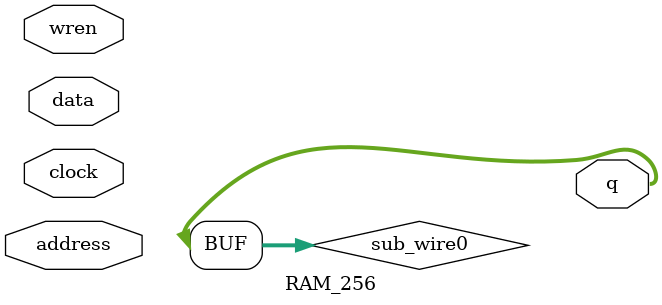
<source format=v>

`timescale 1ps/1ps

module tessera_ram_tiny (
	sys_wb_res,
	sys_wb_clk,
	wb_cyc_i,
	wb_stb_i,
	wb_adr_i,
	wb_sel_i,
	wb_we_i,
	wb_dat_i,
	wb_cab_i,
	wb_dat_o,
	wb_ack_o,
	wb_err_o
);
	// system
	input		sys_wb_res;
	input		sys_wb_clk;
	// WishBone Slave
	input		wb_cyc_i;
	input		wb_stb_i;
	input	[31:0]	wb_adr_i;
	input	[3:0]	wb_sel_i;
	input		wb_we_i;
	input	[31:0]	wb_dat_i;
	input		wb_cab_i;
	output	[31:0]	wb_dat_o;
	output		wb_ack_o;
	output		wb_err_o;

	wire		active;
	wire		mask;
	wire	[9:2]	address;
	wire	[3:0]	write;
	wire	[3:0]	read;
	wire	[31:0]	q;

// 0x0000_0000 - 0x0000_0fff 4Kbyte For Exception,so only 16inst(64Byte). phy is 1024Byte
	
	assign active	= wb_cyc_i && wb_stb_i;
	assign mask	= !(wb_adr_i[7:6]==2'd0);
	assign address	= {wb_adr_i[11:8],wb_adr_i[5:2]};

	assign write	= {4{(active&& wb_we_i)&&!mask}} & wb_sel_i;
	assign read	= {4{(active&&!wb_we_i)&&!mask}} & wb_sel_i;

	assign wb_err_o = 1'b0;

	//
	// 1wait(safety)
	//
	wire		clk;
	reg		ack;
	assign clk = sys_wb_clk;
	always @(posedge sys_wb_clk or posedge sys_wb_res)
		if (sys_wb_res) ack <= 1'b0;
		else		ack <= active && !ack;
	assign wb_ack_o = (active) ? ack: 1'b0;

	//
	// no-wait(fast and risky,data valid timing is negedge)
	//
//	wire		clk;
//	wire		ack;
//	assign ack = active;
//	assign clk = !sys_wb_clk;
//	assign wb_ack_o = active;

	assign wb_dat_o = {
		((read[3]&&ack) ? q[31:24]: 8'h00),
		((read[2]&&ack) ? q[23:16]: 8'h00),
		((read[1]&&ack) ? q[15: 8]: 8'h00),
		((read[0]&&ack) ? q[ 7: 0]: 8'h00)
	};
	
	// sdram_wbif(DOMAIN WinsboneClock)
	RAM_256 i3_RAM_INT (
		.address(	address), //8bit=256byte,all 1024byte
		.clock(		clk),
		.data(		wb_dat_i[31:24]),
		.wren(		write[3]),
		.q(		q[31:24])
	);
	RAM_256 i2_RAM_INT (
		.address(	address),
		.clock(		clk),
		.data(		wb_dat_i[23:16]),
		.wren(		write[2]),
		.q(		q[23:16])
	);
	RAM_256 i1_RAM_INT (
		.address(	address),
		.clock(		clk),
		.data(		wb_dat_i[15:8]),
		.wren(		write[1]),
		.q(		q[15:8])
	);
	RAM_256 i0_RAM_INT (
		.address(	address),
		.clock(		clk),
		.data(		wb_dat_i[7:0]),
		.wren(		write[0]),
		.q(		q[7:0])
	);
endmodule


module RAM_256 (
	address,
	clock,
	data,
	wren,
	q);

	input	[7:0]  address;
	input	  clock;
	input	[7:0]  data;
	input	  wren;
	output	[7:0]  q;

	wire [7:0] sub_wire0;
	wire [7:0] q = sub_wire0[7:0];

	//altsyncram	altsyncram_component (
	//			.wren_a (wren),
	//			.clock0 (clock),
	//			.address_a (address),
	//			.data_a (data),
	//			.q_a (sub_wire0)
	//			// synopsys translate_off
	//			,
	//			.aclr0 (),
	//			.aclr1 (),
	//			.address_b (),
	//			.addressstall_a (),
	//			.addressstall_b (),
	//			.byteena_a (),
	//			.byteena_b (),
	//			.clock1 (),
	//			.clocken0 (),
	//			.clocken1 (),
	//			.data_b (),
	//			.q_b (),
	//			.rden_b (),
	//			.wren_b ()
	//			// synopsys translate_on
	//			);
	//defparam
	//	altsyncram_component.intended_device_family = "Cyclone",
	//	altsyncram_component.width_a = 8,
	//	altsyncram_component.widthad_a = 8,
	//	altsyncram_component.numwords_a = 256,
	//	altsyncram_component.operation_mode = "SINGLE_PORT",
	//	altsyncram_component.outdata_reg_a = "UNREGISTERED",
	//	altsyncram_component.indata_aclr_a = "NONE",
	//	altsyncram_component.wrcontrol_aclr_a = "NONE",
	//	altsyncram_component.address_aclr_a = "NONE",
	//	altsyncram_component.outdata_aclr_a = "NONE",
	//	altsyncram_component.width_byteena_a = 1,
	//	altsyncram_component.lpm_hint = "ENABLE_RUNTIME_MOD=NO",
	//	altsyncram_component.lpm_type = "altsyncram";


endmodule


</source>
